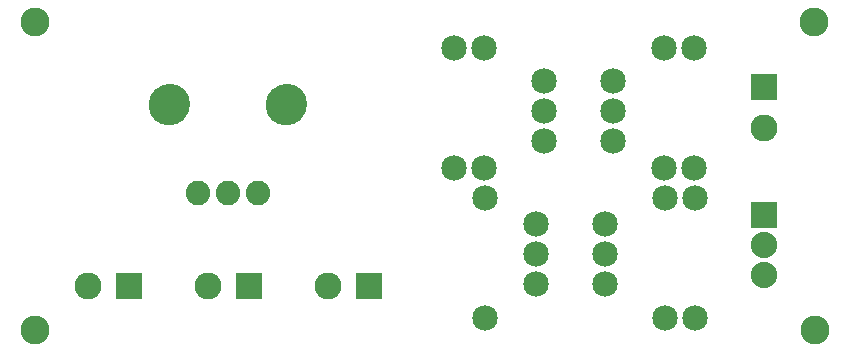
<source format=gts>
G04 MADE WITH FRITZING*
G04 WWW.FRITZING.ORG*
G04 DOUBLE SIDED*
G04 HOLES PLATED*
G04 CONTOUR ON CENTER OF CONTOUR VECTOR*
%ASAXBY*%
%FSLAX23Y23*%
%MOIN*%
%OFA0B0*%
%SFA1.0B1.0*%
%ADD10C,0.085000*%
%ADD11C,0.090000*%
%ADD12C,0.081889*%
%ADD13C,0.081917*%
%ADD14C,0.134033*%
%ADD15C,0.088000*%
%ADD16C,0.096614*%
%ADD17C,0.135984*%
%ADD18R,0.090000X0.090000*%
%ADD19R,0.088000X0.088000*%
%LNMASK1*%
G90*
G70*
G54D10*
X1578Y518D03*
X1578Y118D03*
X1577Y618D03*
X1577Y1018D03*
X2278Y118D03*
X2278Y518D03*
X2277Y1018D03*
X2277Y618D03*
X1477Y618D03*
X1477Y1018D03*
X2177Y1018D03*
X2177Y618D03*
X2178Y118D03*
X2178Y518D03*
G54D11*
X2508Y887D03*
X2508Y749D03*
G54D10*
X1749Y231D03*
X1749Y331D03*
X1749Y431D03*
X1979Y231D03*
X1979Y331D03*
X1979Y431D03*
X1776Y906D03*
X1776Y806D03*
X1776Y706D03*
X2006Y906D03*
X2006Y806D03*
X2006Y706D03*
G54D12*
X623Y534D03*
X723Y534D03*
G54D13*
X823Y534D03*
G54D14*
X529Y830D03*
X918Y830D03*
G54D15*
X2508Y461D03*
X2508Y361D03*
X2508Y261D03*
G54D11*
X792Y223D03*
X655Y223D03*
X392Y223D03*
X254Y223D03*
X1192Y224D03*
X1054Y224D03*
G54D16*
X78Y1103D03*
X2677Y1103D03*
X78Y77D03*
X2678Y78D03*
G54D17*
X527Y828D03*
X917Y828D03*
G54D18*
X2508Y887D03*
G54D19*
X2508Y461D03*
G54D18*
X792Y223D03*
X392Y223D03*
X1192Y224D03*
G04 End of Mask1*
M02*
</source>
